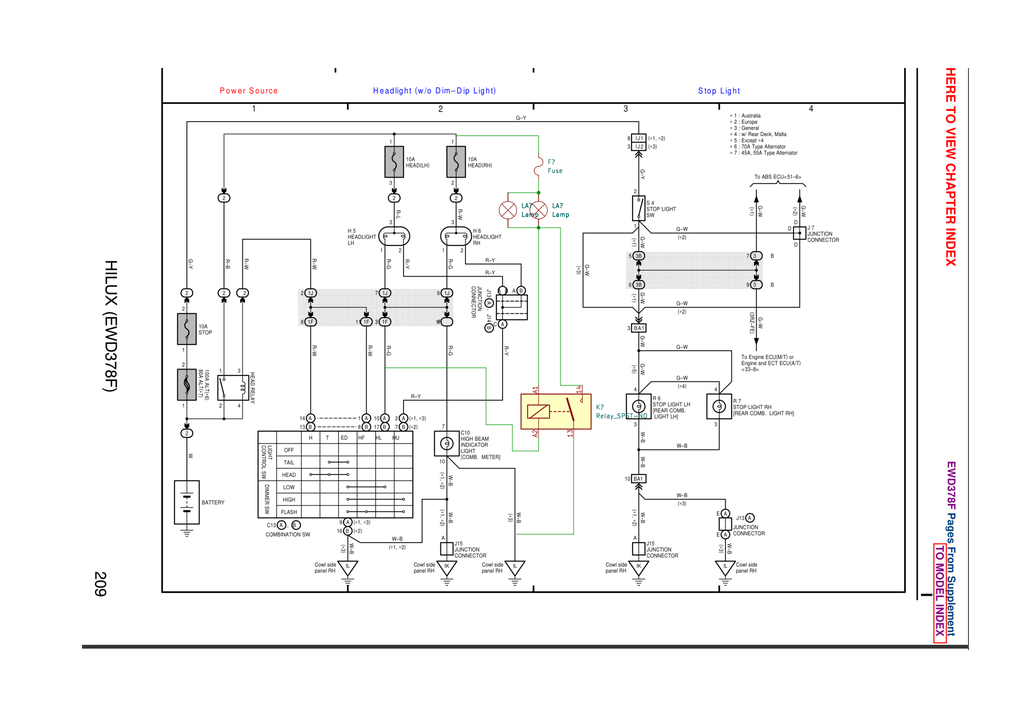
<source format=kicad_sch>
(kicad_sch (version 20231120) (generator "eeschema") (generator_version "8.0")
  (paper "A4")
  (lib_symbols
    (symbol "Device:Lamp" (pin_numbers hide) (pin_names (offset 0.0254) hide)
      (property "Reference" "LA" (at 0.635 3.81 0))
      (property "Value" "Lamp" (at 0.635 -3.81 0))
      (symbol "Lamp_0_1"
        (polyline (pts (xy -1.778 1.778) (xy 1.778 -1.778)))
        (polyline (pts (xy 1.778 1.778) (xy -1.778 -1.778)))
        (circle (center 0 0) (radius 2.54))
      )
      (symbol "Lamp_1_1"
        (pin passive line (at 0 -5.08 90) (length 2.54) (name "-") (number "1"))
        (pin passive line (at 0 5.08 270) (length 2.54) (name "+") (number "2"))
      )
    )
    (symbol "PCM_Device_AKL:Fuse" (pin_numbers hide) (pin_names (offset 0))
      (property "Reference" "F" (at 0 4.572 0))
      (property "Value" "Fuse" (at 0 3.175 0))
      (symbol "Fuse_0_1"
        (arc (start 0 0) (mid -1.27 1.2645) (end -2.54 0))
        (arc (start 0 0) (mid 1.27 -1.2645) (end 2.54 0))
      )
      (symbol "Fuse_1_1"
        (pin passive line (at -3.81 0 0) (length 1.27) (name "~") (number "1"))
        (pin passive line (at 3.81 0 180) (length 1.27) (name "~") (number "2"))
      )
    )
    (symbol "Relay:Relay_SPST-NO"
      (property "Reference" "K" (at 11.43 3.81 0))
      (property "Value" "Relay_SPST-NO" (at 11.43 1.27 0))
      (symbol "Relay_SPST-NO_0_0"
        (polyline (pts (xy 7.62 5.08) (xy 7.62 2.54) (xy 6.985 3.175) (xy 7.62 3.81)))
      )
      (symbol "Relay_SPST-NO_0_1"
        (rectangle (start -10.16 5.08) (end 10.16 -5.08) (stroke (width 0.254)) (fill (type background)))
        (rectangle (start -8.255 1.905) (end -1.905 -1.905) (stroke (width 0.254)))
        (polyline (pts (xy -7.62 -1.905) (xy -2.54 1.905)) (stroke (width 0.254)))
        (polyline (pts (xy -5.08 -5.08) (xy -5.08 -1.905)))
        (polyline (pts (xy -5.08 5.08) (xy -5.08 1.905)))
        (polyline (pts (xy -1.905 0) (xy -1.27 0)) (stroke (width 0.254)))
        (polyline (pts (xy -0.635 0) (xy 0 0)) (stroke (width 0.254)))
        (polyline (pts (xy 0.635 0) (xy 1.27 0)) (stroke (width 0.254)))
        (polyline (pts (xy 1.905 0) (xy 2.54 0)) (stroke (width 0.254)))
        (polyline (pts (xy 3.175 0) (xy 3.81 0)) (stroke (width 0.254)))
        (polyline (pts (xy 5.08 -2.54) (xy 3.175 3.81)) (stroke (width 0.508)))
        (polyline (pts (xy 5.08 -2.54) (xy 5.08 -5.08)))
      )
      (symbol "Relay_SPST-NO_1_1"
        (pin passive line (at 5.08 -7.62 90) (length 2.54) (name "~") (number "13"))
        (pin passive line (at 7.62 7.62 270) (length 2.54) (name "~") (number "14"))
        (pin passive line (at -5.08 7.62 270) (length 2.54) (name "~") (number "A1"))
        (pin passive line (at -5.08 -7.62 90) (length 2.54) (name "~") (number "A2"))
      )
    )
  )
  (junction (at 156.21 55.88))
  (junction (at 156.21 66.04))
  (wire (pts (xy 147.32 66.04) (xy 156.21 66.04)))
  (wire (pts (xy 132.08 39.37) (xy 156.21 39.37)))
  (wire (pts (xy 156.21 66.04) (xy 156.21 111.76)))
  (wire (pts (xy 156.21 127) (xy 156.21 130.81)))
  (wire (pts (xy 162.56 111.76) (xy 168.91 111.76)))
  (wire (pts (xy 149.86 154.94) (xy 166.37 154.94)))
  (wire (pts (xy 148.59 123.19) (xy 148.59 130.81)))
  (wire (pts (xy 140.97 106.68) (xy 140.97 123.19)))
  (wire (pts (xy 156.21 52.07) (xy 156.21 55.88)))
  (wire (pts (xy 148.59 130.81) (xy 156.21 130.81)))
  (wire (pts (xy 147.32 55.88) (xy 156.21 55.88)))
  (wire (pts (xy 140.97 123.19) (xy 148.59 123.19)))
  (wire (pts (xy 156.21 66.04) (xy 162.56 66.04)))
  (wire (pts (xy 111.76 106.68) (xy 140.97 106.68)))
  (wire (pts (xy 166.37 127) (xy 166.37 154.94)))
  (wire (pts (xy 156.21 39.37) (xy 156.21 44.45)))
  (wire (pts (xy 162.56 66.04) (xy 162.56 111.76)))
  (image (at 152.4 104.14))
  (symbol (lib_id "PCM_Device_AKL:Fuse") (at 156.21 48.26 90) (unit 1)
    (property "Reference" "F?" (at 158.75 46.9899 90) (effects (justify right)))
    (property "Value" "Fuse" (at 158.75 49.5299 90) (effects (justify right)))
    (property "Description" "Fuse, Alternate KiCAD Library" (effects (hide yes)))
  )
  (symbol (lib_id "Device:Lamp") (at 156.21 60.96 0) (unit 1)
    (property "Reference" "LA?" (at 160.02 59.6899 0) (effects (justify left)))
    (property "Value" "Lamp" (at 160.02 62.2299 0) (effects (justify left)))
    (property "Description" "Lamp" (effects (hide yes)))
  )
  (symbol (lib_id "Device:Lamp") (at 147.32 60.96 0) (unit 1)
    (property "Reference" "LA?" (at 151.13 59.6899 0) (effects (justify left)))
    (property "Value" "Lamp" (at 151.13 62.2299 0) (effects (justify left)))
    (property "Description" "Lamp" (effects (hide yes)))
  )
  (symbol (lib_id "Relay:Relay_SPST-NO") (at 161.29 119.38 0) (unit 1)
    (property "Reference" "K?" (at 172.72 118.1099 0) (effects (justify left)))
    (property "Value" "Relay_SPST-NO" (at 172.72 120.6499 0) (effects (justify left)))
    (property "Description" "Relay SPST, normally open, EN50005" (effects (hide yes)))
  )
)
</source>
